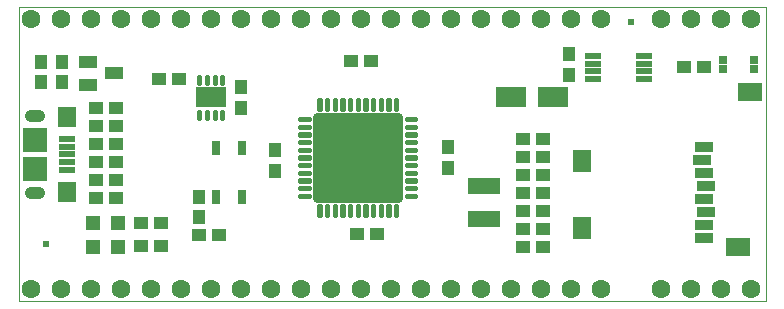
<source format=gts>
G75*
%MOIN*%
%OFA0B0*%
%FSLAX25Y25*%
%IPPOS*%
%LPD*%
%AMOC8*
5,1,8,0,0,1.08239X$1,22.5*
%
%ADD10C,0.00100*%
%ADD11R,0.04731X0.04337*%
%ADD12R,0.04337X0.04731*%
%ADD13R,0.05912X0.04337*%
%ADD14R,0.05124X0.05124*%
%ADD15R,0.06306X0.03550*%
%ADD16R,0.07880X0.05912*%
%ADD17R,0.05912X0.07487*%
%ADD18R,0.02959X0.04534*%
%ADD19R,0.10243X0.06699*%
%ADD20R,0.05715X0.01975*%
%ADD21R,0.09849X0.06896*%
%ADD22C,0.01778*%
%ADD23C,0.00850*%
%ADD24C,0.02993*%
%ADD25C,0.06306*%
%ADD26R,0.05912X0.06699*%
%ADD27R,0.07880X0.07880*%
%ADD28C,0.03943*%
%ADD29C,0.00039*%
%ADD30C,0.02369*%
%ADD31R,0.02565X0.02565*%
%ADD32R,0.11030X0.05715*%
D10*
X0009000Y0020119D02*
X0009000Y0118119D01*
X0258000Y0118119D01*
X0258000Y0020119D01*
X0009000Y0020119D01*
D11*
X0049654Y0038619D03*
X0056346Y0038619D03*
X0069154Y0042119D03*
X0075846Y0042119D03*
X0056346Y0046119D03*
X0049654Y0046119D03*
X0041346Y0054619D03*
X0034654Y0054619D03*
X0034654Y0060619D03*
X0041346Y0060619D03*
X0041346Y0066619D03*
X0034654Y0066619D03*
X0034654Y0072619D03*
X0041346Y0072619D03*
X0041346Y0078619D03*
X0034654Y0078619D03*
X0034654Y0084619D03*
X0041346Y0084619D03*
X0055654Y0094119D03*
X0062346Y0094119D03*
X0119654Y0100119D03*
X0126346Y0100119D03*
X0177154Y0074119D03*
X0183846Y0074119D03*
X0183846Y0068119D03*
X0177154Y0068119D03*
X0177154Y0062119D03*
X0183846Y0062119D03*
X0183846Y0056119D03*
X0177154Y0056119D03*
X0177154Y0050119D03*
X0183846Y0050119D03*
X0183846Y0044119D03*
X0177154Y0044119D03*
X0177154Y0038119D03*
X0183846Y0038119D03*
X0128346Y0042619D03*
X0121654Y0042619D03*
X0230654Y0098119D03*
X0237346Y0098119D03*
D12*
X0192500Y0095772D03*
X0192500Y0102465D03*
X0152000Y0071465D03*
X0152000Y0064772D03*
X0094500Y0063772D03*
X0094500Y0070465D03*
X0083000Y0084772D03*
X0083000Y0091465D03*
X0023500Y0093272D03*
X0016500Y0093272D03*
X0016500Y0099965D03*
X0023500Y0099965D03*
X0069000Y0054965D03*
X0069000Y0048272D03*
D13*
X0032169Y0092379D03*
X0040831Y0096119D03*
X0032169Y0099859D03*
D14*
X0033866Y0046119D03*
X0042134Y0046119D03*
X0042134Y0038119D03*
X0033866Y0038119D03*
D15*
X0236619Y0067421D03*
X0237406Y0071752D03*
X0237406Y0063090D03*
X0238194Y0058759D03*
X0237406Y0054429D03*
X0238194Y0050098D03*
X0237406Y0045767D03*
X0237406Y0041437D03*
D16*
X0248627Y0038287D03*
X0252564Y0090059D03*
D17*
X0196855Y0067027D03*
X0196855Y0044586D03*
D18*
X0083232Y0054949D03*
X0074768Y0054949D03*
X0074768Y0071288D03*
X0083232Y0071288D03*
D19*
X0173110Y0088119D03*
X0186890Y0088119D03*
D20*
X0200535Y0094280D03*
X0200535Y0096839D03*
X0200535Y0099398D03*
X0200535Y0101957D03*
X0217465Y0101957D03*
X0217465Y0099398D03*
X0217465Y0096839D03*
X0217465Y0094280D03*
X0025000Y0074237D03*
X0025000Y0071678D03*
X0025000Y0069119D03*
X0025000Y0066560D03*
X0025000Y0064001D03*
D21*
X0073000Y0088119D03*
D22*
X0071720Y0092942D02*
X0071720Y0094910D01*
X0069161Y0094910D02*
X0069161Y0092942D01*
X0074280Y0092942D02*
X0074280Y0094910D01*
X0076839Y0094910D02*
X0076839Y0092942D01*
X0076839Y0083296D02*
X0076839Y0081328D01*
X0074280Y0081328D02*
X0074280Y0083296D01*
X0071720Y0083296D02*
X0071720Y0081328D01*
X0069161Y0081328D02*
X0069161Y0083296D01*
D23*
X0106026Y0081338D02*
X0106026Y0080490D01*
X0102540Y0080490D01*
X0102540Y0081338D01*
X0106026Y0081338D01*
X0106026Y0078779D02*
X0106026Y0077931D01*
X0102540Y0077931D01*
X0102540Y0078779D01*
X0106026Y0078779D01*
X0106026Y0076220D02*
X0106026Y0075372D01*
X0102540Y0075372D01*
X0102540Y0076220D01*
X0106026Y0076220D01*
X0106026Y0073661D02*
X0106026Y0072813D01*
X0102540Y0072813D01*
X0102540Y0073661D01*
X0106026Y0073661D01*
X0106026Y0071102D02*
X0106026Y0070254D01*
X0102540Y0070254D01*
X0102540Y0071102D01*
X0106026Y0071102D01*
X0106026Y0068543D02*
X0106026Y0067695D01*
X0102540Y0067695D01*
X0102540Y0068543D01*
X0106026Y0068543D01*
X0106026Y0065984D02*
X0106026Y0065136D01*
X0102540Y0065136D01*
X0102540Y0065984D01*
X0106026Y0065984D01*
X0106026Y0063425D02*
X0106026Y0062577D01*
X0102540Y0062577D01*
X0102540Y0063425D01*
X0106026Y0063425D01*
X0106026Y0060866D02*
X0106026Y0060018D01*
X0102540Y0060018D01*
X0102540Y0060866D01*
X0106026Y0060866D01*
X0106026Y0058306D02*
X0106026Y0057458D01*
X0102540Y0057458D01*
X0102540Y0058306D01*
X0106026Y0058306D01*
X0106026Y0055747D02*
X0106026Y0054899D01*
X0102540Y0054899D01*
X0102540Y0055747D01*
X0106026Y0055747D01*
X0108781Y0048659D02*
X0109629Y0048659D01*
X0108781Y0048659D02*
X0108781Y0052145D01*
X0109629Y0052145D01*
X0109629Y0048659D01*
X0109629Y0049508D02*
X0108781Y0049508D01*
X0108781Y0050357D02*
X0109629Y0050357D01*
X0109629Y0051206D02*
X0108781Y0051206D01*
X0108781Y0052055D02*
X0109629Y0052055D01*
X0111340Y0048659D02*
X0112188Y0048659D01*
X0111340Y0048659D02*
X0111340Y0052145D01*
X0112188Y0052145D01*
X0112188Y0048659D01*
X0112188Y0049508D02*
X0111340Y0049508D01*
X0111340Y0050357D02*
X0112188Y0050357D01*
X0112188Y0051206D02*
X0111340Y0051206D01*
X0111340Y0052055D02*
X0112188Y0052055D01*
X0113899Y0048659D02*
X0114747Y0048659D01*
X0113899Y0048659D02*
X0113899Y0052145D01*
X0114747Y0052145D01*
X0114747Y0048659D01*
X0114747Y0049508D02*
X0113899Y0049508D01*
X0113899Y0050357D02*
X0114747Y0050357D01*
X0114747Y0051206D02*
X0113899Y0051206D01*
X0113899Y0052055D02*
X0114747Y0052055D01*
X0116458Y0048659D02*
X0117306Y0048659D01*
X0116458Y0048659D02*
X0116458Y0052145D01*
X0117306Y0052145D01*
X0117306Y0048659D01*
X0117306Y0049508D02*
X0116458Y0049508D01*
X0116458Y0050357D02*
X0117306Y0050357D01*
X0117306Y0051206D02*
X0116458Y0051206D01*
X0116458Y0052055D02*
X0117306Y0052055D01*
X0119017Y0048659D02*
X0119865Y0048659D01*
X0119017Y0048659D02*
X0119017Y0052145D01*
X0119865Y0052145D01*
X0119865Y0048659D01*
X0119865Y0049508D02*
X0119017Y0049508D01*
X0119017Y0050357D02*
X0119865Y0050357D01*
X0119865Y0051206D02*
X0119017Y0051206D01*
X0119017Y0052055D02*
X0119865Y0052055D01*
X0121576Y0048659D02*
X0122424Y0048659D01*
X0121576Y0048659D02*
X0121576Y0052145D01*
X0122424Y0052145D01*
X0122424Y0048659D01*
X0122424Y0049508D02*
X0121576Y0049508D01*
X0121576Y0050357D02*
X0122424Y0050357D01*
X0122424Y0051206D02*
X0121576Y0051206D01*
X0121576Y0052055D02*
X0122424Y0052055D01*
X0124135Y0048659D02*
X0124983Y0048659D01*
X0124135Y0048659D02*
X0124135Y0052145D01*
X0124983Y0052145D01*
X0124983Y0048659D01*
X0124983Y0049508D02*
X0124135Y0049508D01*
X0124135Y0050357D02*
X0124983Y0050357D01*
X0124983Y0051206D02*
X0124135Y0051206D01*
X0124135Y0052055D02*
X0124983Y0052055D01*
X0126694Y0048659D02*
X0127542Y0048659D01*
X0126694Y0048659D02*
X0126694Y0052145D01*
X0127542Y0052145D01*
X0127542Y0048659D01*
X0127542Y0049508D02*
X0126694Y0049508D01*
X0126694Y0050357D02*
X0127542Y0050357D01*
X0127542Y0051206D02*
X0126694Y0051206D01*
X0126694Y0052055D02*
X0127542Y0052055D01*
X0129253Y0048659D02*
X0130101Y0048659D01*
X0129253Y0048659D02*
X0129253Y0052145D01*
X0130101Y0052145D01*
X0130101Y0048659D01*
X0130101Y0049508D02*
X0129253Y0049508D01*
X0129253Y0050357D02*
X0130101Y0050357D01*
X0130101Y0051206D02*
X0129253Y0051206D01*
X0129253Y0052055D02*
X0130101Y0052055D01*
X0131812Y0048659D02*
X0132660Y0048659D01*
X0131812Y0048659D02*
X0131812Y0052145D01*
X0132660Y0052145D01*
X0132660Y0048659D01*
X0132660Y0049508D02*
X0131812Y0049508D01*
X0131812Y0050357D02*
X0132660Y0050357D01*
X0132660Y0051206D02*
X0131812Y0051206D01*
X0131812Y0052055D02*
X0132660Y0052055D01*
X0134371Y0048659D02*
X0135219Y0048659D01*
X0134371Y0048659D02*
X0134371Y0052145D01*
X0135219Y0052145D01*
X0135219Y0048659D01*
X0135219Y0049508D02*
X0134371Y0049508D01*
X0134371Y0050357D02*
X0135219Y0050357D01*
X0135219Y0051206D02*
X0134371Y0051206D01*
X0134371Y0052055D02*
X0135219Y0052055D01*
X0141460Y0054899D02*
X0141460Y0055747D01*
X0141460Y0054899D02*
X0137974Y0054899D01*
X0137974Y0055747D01*
X0141460Y0055747D01*
X0141460Y0057458D02*
X0141460Y0058306D01*
X0141460Y0057458D02*
X0137974Y0057458D01*
X0137974Y0058306D01*
X0141460Y0058306D01*
X0141460Y0060018D02*
X0141460Y0060866D01*
X0141460Y0060018D02*
X0137974Y0060018D01*
X0137974Y0060866D01*
X0141460Y0060866D01*
X0141460Y0062577D02*
X0141460Y0063425D01*
X0141460Y0062577D02*
X0137974Y0062577D01*
X0137974Y0063425D01*
X0141460Y0063425D01*
X0141460Y0065136D02*
X0141460Y0065984D01*
X0141460Y0065136D02*
X0137974Y0065136D01*
X0137974Y0065984D01*
X0141460Y0065984D01*
X0141460Y0067695D02*
X0141460Y0068543D01*
X0141460Y0067695D02*
X0137974Y0067695D01*
X0137974Y0068543D01*
X0141460Y0068543D01*
X0141460Y0070254D02*
X0141460Y0071102D01*
X0141460Y0070254D02*
X0137974Y0070254D01*
X0137974Y0071102D01*
X0141460Y0071102D01*
X0141460Y0072813D02*
X0141460Y0073661D01*
X0141460Y0072813D02*
X0137974Y0072813D01*
X0137974Y0073661D01*
X0141460Y0073661D01*
X0141460Y0075372D02*
X0141460Y0076220D01*
X0141460Y0075372D02*
X0137974Y0075372D01*
X0137974Y0076220D01*
X0141460Y0076220D01*
X0141460Y0077931D02*
X0141460Y0078779D01*
X0141460Y0077931D02*
X0137974Y0077931D01*
X0137974Y0078779D01*
X0141460Y0078779D01*
X0141460Y0080490D02*
X0141460Y0081338D01*
X0141460Y0080490D02*
X0137974Y0080490D01*
X0137974Y0081338D01*
X0141460Y0081338D01*
X0135219Y0084092D02*
X0134371Y0084092D01*
X0134371Y0087578D01*
X0135219Y0087578D01*
X0135219Y0084092D01*
X0135219Y0084941D02*
X0134371Y0084941D01*
X0134371Y0085790D02*
X0135219Y0085790D01*
X0135219Y0086639D02*
X0134371Y0086639D01*
X0134371Y0087488D02*
X0135219Y0087488D01*
X0132660Y0084092D02*
X0131812Y0084092D01*
X0131812Y0087578D01*
X0132660Y0087578D01*
X0132660Y0084092D01*
X0132660Y0084941D02*
X0131812Y0084941D01*
X0131812Y0085790D02*
X0132660Y0085790D01*
X0132660Y0086639D02*
X0131812Y0086639D01*
X0131812Y0087488D02*
X0132660Y0087488D01*
X0130101Y0084092D02*
X0129253Y0084092D01*
X0129253Y0087578D01*
X0130101Y0087578D01*
X0130101Y0084092D01*
X0130101Y0084941D02*
X0129253Y0084941D01*
X0129253Y0085790D02*
X0130101Y0085790D01*
X0130101Y0086639D02*
X0129253Y0086639D01*
X0129253Y0087488D02*
X0130101Y0087488D01*
X0127542Y0084092D02*
X0126694Y0084092D01*
X0126694Y0087578D01*
X0127542Y0087578D01*
X0127542Y0084092D01*
X0127542Y0084941D02*
X0126694Y0084941D01*
X0126694Y0085790D02*
X0127542Y0085790D01*
X0127542Y0086639D02*
X0126694Y0086639D01*
X0126694Y0087488D02*
X0127542Y0087488D01*
X0124983Y0084092D02*
X0124135Y0084092D01*
X0124135Y0087578D01*
X0124983Y0087578D01*
X0124983Y0084092D01*
X0124983Y0084941D02*
X0124135Y0084941D01*
X0124135Y0085790D02*
X0124983Y0085790D01*
X0124983Y0086639D02*
X0124135Y0086639D01*
X0124135Y0087488D02*
X0124983Y0087488D01*
X0122424Y0084092D02*
X0121576Y0084092D01*
X0121576Y0087578D01*
X0122424Y0087578D01*
X0122424Y0084092D01*
X0122424Y0084941D02*
X0121576Y0084941D01*
X0121576Y0085790D02*
X0122424Y0085790D01*
X0122424Y0086639D02*
X0121576Y0086639D01*
X0121576Y0087488D02*
X0122424Y0087488D01*
X0119865Y0084092D02*
X0119017Y0084092D01*
X0119017Y0087578D01*
X0119865Y0087578D01*
X0119865Y0084092D01*
X0119865Y0084941D02*
X0119017Y0084941D01*
X0119017Y0085790D02*
X0119865Y0085790D01*
X0119865Y0086639D02*
X0119017Y0086639D01*
X0119017Y0087488D02*
X0119865Y0087488D01*
X0117306Y0084092D02*
X0116458Y0084092D01*
X0116458Y0087578D01*
X0117306Y0087578D01*
X0117306Y0084092D01*
X0117306Y0084941D02*
X0116458Y0084941D01*
X0116458Y0085790D02*
X0117306Y0085790D01*
X0117306Y0086639D02*
X0116458Y0086639D01*
X0116458Y0087488D02*
X0117306Y0087488D01*
X0114747Y0084092D02*
X0113899Y0084092D01*
X0113899Y0087578D01*
X0114747Y0087578D01*
X0114747Y0084092D01*
X0114747Y0084941D02*
X0113899Y0084941D01*
X0113899Y0085790D02*
X0114747Y0085790D01*
X0114747Y0086639D02*
X0113899Y0086639D01*
X0113899Y0087488D02*
X0114747Y0087488D01*
X0112188Y0084092D02*
X0111340Y0084092D01*
X0111340Y0087578D01*
X0112188Y0087578D01*
X0112188Y0084092D01*
X0112188Y0084941D02*
X0111340Y0084941D01*
X0111340Y0085790D02*
X0112188Y0085790D01*
X0112188Y0086639D02*
X0111340Y0086639D01*
X0111340Y0087488D02*
X0112188Y0087488D01*
X0109629Y0084092D02*
X0108781Y0084092D01*
X0108781Y0087578D01*
X0109629Y0087578D01*
X0109629Y0084092D01*
X0109629Y0084941D02*
X0108781Y0084941D01*
X0108781Y0085790D02*
X0109629Y0085790D01*
X0109629Y0086639D02*
X0108781Y0086639D01*
X0108781Y0087488D02*
X0109629Y0087488D01*
D24*
X0135468Y0081587D02*
X0135468Y0054651D01*
X0108532Y0054651D01*
X0108532Y0081587D01*
X0135468Y0081587D01*
X0135468Y0057643D02*
X0108532Y0057643D01*
X0108532Y0060635D02*
X0135468Y0060635D01*
X0135468Y0063627D02*
X0108532Y0063627D01*
X0108532Y0066619D02*
X0135468Y0066619D01*
X0135468Y0069611D02*
X0108532Y0069611D01*
X0108532Y0072603D02*
X0135468Y0072603D01*
X0135468Y0075595D02*
X0108532Y0075595D01*
X0108532Y0078587D02*
X0135468Y0078587D01*
X0135468Y0081579D02*
X0108532Y0081579D01*
D25*
X0113000Y0114119D03*
X0123000Y0114119D03*
X0133000Y0114119D03*
X0143000Y0114119D03*
X0153000Y0114119D03*
X0163000Y0114119D03*
X0173000Y0114119D03*
X0183000Y0114119D03*
X0193000Y0114119D03*
X0203000Y0114119D03*
X0223000Y0114119D03*
X0233000Y0114119D03*
X0243000Y0114119D03*
X0253000Y0114119D03*
X0103000Y0114119D03*
X0093000Y0114119D03*
X0083000Y0114119D03*
X0073000Y0114119D03*
X0063000Y0114119D03*
X0053000Y0114119D03*
X0043000Y0114119D03*
X0033000Y0114119D03*
X0023000Y0114119D03*
X0013000Y0114119D03*
X0013000Y0024119D03*
X0023000Y0024119D03*
X0033000Y0024119D03*
X0043000Y0024119D03*
X0053000Y0024119D03*
X0063000Y0024119D03*
X0073000Y0024119D03*
X0083000Y0024119D03*
X0093000Y0024119D03*
X0103000Y0024119D03*
X0113000Y0024119D03*
X0123000Y0024119D03*
X0133000Y0024119D03*
X0143000Y0024119D03*
X0153000Y0024119D03*
X0163000Y0024119D03*
X0173000Y0024119D03*
X0183000Y0024119D03*
X0193000Y0024119D03*
X0203000Y0024119D03*
X0223000Y0024119D03*
X0233000Y0024119D03*
X0243000Y0024119D03*
X0253000Y0024119D03*
D26*
X0025000Y0056520D03*
X0025000Y0081717D03*
D27*
X0014469Y0073843D03*
X0014469Y0064394D03*
D28*
X0015866Y0056127D02*
X0015866Y0056127D01*
X0013110Y0056127D01*
X0013110Y0056127D01*
X0015866Y0056127D01*
X0015866Y0082111D02*
X0015866Y0082111D01*
X0013110Y0082111D01*
X0013110Y0082111D01*
X0015866Y0082111D01*
D29*
X0016850Y0082111D02*
X0016848Y0082173D01*
X0016842Y0082234D01*
X0016833Y0082295D01*
X0016819Y0082356D01*
X0016802Y0082415D01*
X0016781Y0082473D01*
X0016756Y0082530D01*
X0016728Y0082585D01*
X0016697Y0082638D01*
X0016662Y0082689D01*
X0016624Y0082738D01*
X0016583Y0082785D01*
X0016540Y0082828D01*
X0016493Y0082869D01*
X0016444Y0082907D01*
X0016393Y0082942D01*
X0016340Y0082973D01*
X0016285Y0083001D01*
X0016228Y0083026D01*
X0016170Y0083047D01*
X0016111Y0083064D01*
X0016050Y0083078D01*
X0015989Y0083087D01*
X0015928Y0083093D01*
X0015866Y0083095D01*
X0013110Y0083095D01*
X0012126Y0082111D02*
X0012128Y0082049D01*
X0012134Y0081988D01*
X0012143Y0081927D01*
X0012157Y0081866D01*
X0012174Y0081807D01*
X0012195Y0081749D01*
X0012220Y0081692D01*
X0012248Y0081637D01*
X0012279Y0081584D01*
X0012314Y0081533D01*
X0012352Y0081484D01*
X0012393Y0081437D01*
X0012436Y0081394D01*
X0012483Y0081353D01*
X0012532Y0081315D01*
X0012583Y0081280D01*
X0012636Y0081249D01*
X0012691Y0081221D01*
X0012748Y0081196D01*
X0012806Y0081175D01*
X0012865Y0081158D01*
X0012926Y0081144D01*
X0012987Y0081135D01*
X0013048Y0081129D01*
X0013110Y0081127D01*
X0015866Y0081127D01*
X0015928Y0081129D01*
X0015989Y0081135D01*
X0016050Y0081144D01*
X0016111Y0081158D01*
X0016170Y0081175D01*
X0016228Y0081196D01*
X0016285Y0081221D01*
X0016340Y0081249D01*
X0016393Y0081280D01*
X0016444Y0081315D01*
X0016493Y0081353D01*
X0016540Y0081394D01*
X0016583Y0081437D01*
X0016624Y0081484D01*
X0016662Y0081533D01*
X0016697Y0081584D01*
X0016728Y0081637D01*
X0016756Y0081692D01*
X0016781Y0081749D01*
X0016802Y0081807D01*
X0016819Y0081866D01*
X0016833Y0081927D01*
X0016842Y0081988D01*
X0016848Y0082049D01*
X0016850Y0082111D01*
X0013110Y0083095D02*
X0013048Y0083093D01*
X0012987Y0083087D01*
X0012926Y0083078D01*
X0012865Y0083064D01*
X0012806Y0083047D01*
X0012748Y0083026D01*
X0012691Y0083001D01*
X0012636Y0082973D01*
X0012583Y0082942D01*
X0012532Y0082907D01*
X0012483Y0082869D01*
X0012436Y0082828D01*
X0012393Y0082785D01*
X0012352Y0082738D01*
X0012314Y0082689D01*
X0012279Y0082638D01*
X0012248Y0082585D01*
X0012220Y0082530D01*
X0012195Y0082473D01*
X0012174Y0082415D01*
X0012157Y0082356D01*
X0012143Y0082295D01*
X0012134Y0082234D01*
X0012128Y0082173D01*
X0012126Y0082111D01*
X0013110Y0057111D02*
X0015866Y0057111D01*
X0015928Y0057109D01*
X0015989Y0057103D01*
X0016050Y0057094D01*
X0016111Y0057080D01*
X0016170Y0057063D01*
X0016228Y0057042D01*
X0016285Y0057017D01*
X0016340Y0056989D01*
X0016393Y0056958D01*
X0016444Y0056923D01*
X0016493Y0056885D01*
X0016540Y0056844D01*
X0016583Y0056801D01*
X0016624Y0056754D01*
X0016662Y0056705D01*
X0016697Y0056654D01*
X0016728Y0056601D01*
X0016756Y0056546D01*
X0016781Y0056489D01*
X0016802Y0056431D01*
X0016819Y0056372D01*
X0016833Y0056311D01*
X0016842Y0056250D01*
X0016848Y0056189D01*
X0016850Y0056127D01*
X0016848Y0056065D01*
X0016842Y0056004D01*
X0016833Y0055943D01*
X0016819Y0055882D01*
X0016802Y0055823D01*
X0016781Y0055765D01*
X0016756Y0055708D01*
X0016728Y0055653D01*
X0016697Y0055600D01*
X0016662Y0055549D01*
X0016624Y0055500D01*
X0016583Y0055453D01*
X0016540Y0055410D01*
X0016493Y0055369D01*
X0016444Y0055331D01*
X0016393Y0055296D01*
X0016340Y0055265D01*
X0016285Y0055237D01*
X0016228Y0055212D01*
X0016170Y0055191D01*
X0016111Y0055174D01*
X0016050Y0055160D01*
X0015989Y0055151D01*
X0015928Y0055145D01*
X0015866Y0055143D01*
X0015866Y0055142D02*
X0013110Y0055142D01*
X0013110Y0055143D02*
X0013048Y0055145D01*
X0012987Y0055151D01*
X0012926Y0055160D01*
X0012865Y0055174D01*
X0012806Y0055191D01*
X0012748Y0055212D01*
X0012691Y0055237D01*
X0012636Y0055265D01*
X0012583Y0055296D01*
X0012532Y0055331D01*
X0012483Y0055369D01*
X0012436Y0055410D01*
X0012393Y0055453D01*
X0012352Y0055500D01*
X0012314Y0055549D01*
X0012279Y0055600D01*
X0012248Y0055653D01*
X0012220Y0055708D01*
X0012195Y0055765D01*
X0012174Y0055823D01*
X0012157Y0055882D01*
X0012143Y0055943D01*
X0012134Y0056004D01*
X0012128Y0056065D01*
X0012126Y0056127D01*
X0012128Y0056189D01*
X0012134Y0056250D01*
X0012143Y0056311D01*
X0012157Y0056372D01*
X0012174Y0056431D01*
X0012195Y0056489D01*
X0012220Y0056546D01*
X0012248Y0056601D01*
X0012279Y0056654D01*
X0012314Y0056705D01*
X0012352Y0056754D01*
X0012393Y0056801D01*
X0012436Y0056844D01*
X0012483Y0056885D01*
X0012532Y0056923D01*
X0012583Y0056958D01*
X0012636Y0056989D01*
X0012691Y0057017D01*
X0012748Y0057042D01*
X0012806Y0057063D01*
X0012865Y0057080D01*
X0012926Y0057094D01*
X0012987Y0057103D01*
X0013048Y0057109D01*
X0013110Y0057111D01*
D30*
X0018000Y0039119D03*
X0213000Y0113119D03*
D31*
X0243783Y0100595D03*
X0243783Y0097642D03*
X0254217Y0097642D03*
X0254217Y0100595D03*
D32*
X0164000Y0058532D03*
X0164000Y0047705D03*
M02*

</source>
